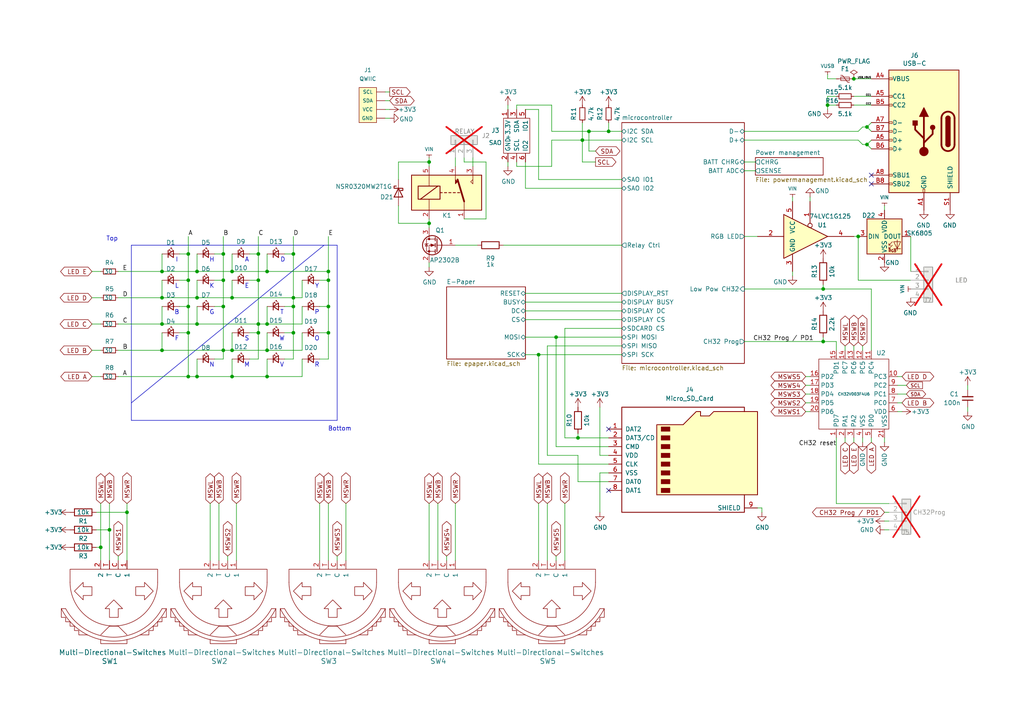
<source format=kicad_sch>
(kicad_sch (version 20231120) (generator "eeschema") (generator_version "7.99")
  (paper "A4")
  (title_block (title "HackerHotel 2024 badge") (date "2023-12-17") (rev "1.4") (company "Nicolai Electronics & tilde.industries") (comment 1 "License: CERN Open Hardware Licence Version 2 - Permissive"))
  (junction (at 46.99 86.36))
  (junction (at 74.93 81.28))
  (junction (at 85.09 96.52))
  (junction (at 85.09 86.36))
  (junction (at 240.03 30.48))
  (junction (at 95.25 96.52))
  (junction (at 54.61 88.9))
  (junction (at 57.15 109.22))
  (junction (at 124.46 64.77))
  (junction (at 54.61 73.66))
  (junction (at 54.61 109.22))
  (junction (at 64.77 101.6))
  (junction (at 29.21 158.75))
  (junction (at 251.46 36.83))
  (junction (at 74.93 96.52))
  (junction (at 77.47 109.22))
  (junction (at 67.31 101.6))
  (junction (at 31.75 153.67))
  (junction (at 176.53 38.1))
  (junction (at 95.25 81.28))
  (junction (at 57.15 78.74))
  (junction (at 36.83 148.59))
  (junction (at 85.09 73.66))
  (junction (at 57.15 86.36))
  (junction (at 67.31 86.36))
  (junction (at 46.99 78.74))
  (junction (at 167.64 127))
  (junction (at 64.77 81.28))
  (junction (at 247.65 22.86))
  (junction (at 238.76 99.06))
  (junction (at 168.91 40.64))
  (junction (at 46.99 93.98))
  (junction (at 74.93 93.98))
  (junction (at 67.31 78.74))
  (junction (at 161.29 97.79))
  (junction (at 170.815 38.1))
  (junction (at 251.46 41.91))
  (junction (at 64.77 73.66))
  (junction (at 54.61 96.52))
  (junction (at 95.25 88.9))
  (junction (at 64.77 88.9))
  (junction (at 74.93 73.66))
  (junction (at 67.31 109.22))
  (junction (at 85.09 88.9))
  (junction (at 57.15 93.98))
  (junction (at 238.76 83.82))
  (junction (at 54.61 81.28))
  (junction (at 46.99 101.6))
  (junction (at 248.92 68.58))
  (junction (at 77.47 101.6))
  (junction (at 77.47 93.98))
  (junction (at 95.25 78.74))
  (junction (at 156.21 102.87))
  (junction (at 77.47 78.74))
  (junction (at 124.46 46.99))
  (no_connect (at 252.73 53.34))
  (no_connect (at 176.53 142.24))
  (no_connect (at 252.73 50.8))
  (no_connect (at 176.53 124.46))
  (wire (pts (xy 57.15 73.66) (xy 57.15 78.74)))
  (wire (pts (xy 242.57 30.48) (xy 240.03 30.48)))
  (wire (pts (xy 215.9 83.82) (xy 238.76 83.82)))
  (wire (pts (xy 82.55 96.52) (xy 85.09 96.52)))
  (polyline (pts (xy 38.1 121.92) (xy 38.1 71.12)))
  (wire (pts (xy 87.63 86.36) (xy 87.63 81.28)))
  (wire (pts (xy 60.96 146.05) (xy 60.96 162.56)))
  (wire (pts (xy 134.62 46.99) (xy 140.97 46.99)))
  (wire (pts (xy 92.71 81.28) (xy 95.25 81.28)))
  (wire (pts (xy 240.03 30.48) (xy 240.03 27.94)))
  (wire (pts (xy 36.83 148.59) (xy 36.83 146.05)))
  (wire (pts (xy 87.63 104.14) (xy 87.63 109.22)))
  (wire (pts (xy 163.83 127) (xy 167.64 127)))
  (wire (pts (xy 95.25 78.74) (xy 95.25 81.28)))
  (wire (pts (xy 158.75 100.33) (xy 180.34 100.33)))
  (wire (pts (xy 54.61 81.28) (xy 54.61 88.9)))
  (wire (pts (xy 74.93 68.58) (xy 74.93 73.66)))
  (wire (pts (xy 215.9 49.53) (xy 219.075 49.53)))
  (wire (pts (xy 82.55 73.66) (xy 85.09 73.66)))
  (wire (pts (xy 85.09 68.58) (xy 85.09 73.66)))
  (wire (pts (xy 215.9 38.1) (xy 248.92 38.1)))
  (wire (pts (xy 46.99 96.52) (xy 46.99 101.6)))
  (wire (pts (xy 68.58 146.05) (xy 68.58 162.56)))
  (wire (pts (xy 95.25 96.52) (xy 95.25 104.14)))
  (wire (pts (xy 248.92 40.64) (xy 250.19 41.91)))
  (wire (pts (xy 261.62 109.22) (xy 260.35 109.22)))
  (wire (pts (xy 168.91 40.64) (xy 180.34 40.64)))
  (wire (pts (xy 95.25 68.58) (xy 95.25 78.74)))
  (wire (pts (xy 245.11 128.27) (xy 245.11 127)))
  (wire (pts (xy 149.86 46.99) (xy 149.86 48.26)))
  (wire (pts (xy 54.61 88.9) (xy 54.61 96.52)))
  (wire (pts (xy 215.9 99.06) (xy 238.76 99.06)))
  (wire (pts (xy 256.54 128.27) (xy 256.54 127)))
  (wire (pts (xy 167.64 125.73) (xy 167.64 127)))
  (wire (pts (xy 46.99 88.9) (xy 46.99 93.98)))
  (wire (pts (xy 34.29 93.98) (xy 46.99 93.98)))
  (wire (pts (xy 158.75 132.08) (xy 167.64 132.08)))
  (wire (pts (xy 67.31 104.14) (xy 67.31 109.22)))
  (wire (pts (xy 238.76 83.82) (xy 238.76 82.55)))
  (wire (pts (xy 280.67 111.76) (xy 280.67 113.03)))
  (wire (pts (xy 62.23 88.9) (xy 64.77 88.9)))
  (wire (pts (xy 229.87 58.42) (xy 229.87 57.15)))
  (wire (pts (xy 63.5 146.05) (xy 63.5 162.56)))
  (wire (pts (xy 163.83 95.25) (xy 163.83 127)))
  (wire (pts (xy 27.94 148.59) (xy 36.83 148.59)))
  (wire (pts (xy 64.77 73.66) (xy 64.77 81.28)))
  (wire (pts (xy 160.02 38.1) (xy 160.02 30.48)))
  (polyline (pts (xy 38.1 116.84) (xy 93.98 71.12)))
  (wire (pts (xy 124.46 76.2) (xy 124.46 77.47)))
  (wire (pts (xy 152.4 31.75) (xy 156.21 31.75)))
  (wire (pts (xy 257.81 146.05) (xy 242.57 146.05)))
  (wire (pts (xy 158.75 146.05) (xy 158.75 162.56)))
  (wire (pts (xy 161.29 97.79) (xy 161.29 129.54)))
  (wire (pts (xy 248.92 38.1) (xy 250.19 36.83)))
  (wire (pts (xy 240.03 22.86) (xy 242.57 22.86)))
  (wire (pts (xy 52.07 73.66) (xy 54.61 73.66)))
  (wire (pts (xy 233.68 119.38) (xy 234.95 119.38)))
  (wire (pts (xy 124.46 66.04) (xy 124.46 64.77)))
  (wire (pts (xy 152.4 102.87) (xy 156.21 102.87)))
  (wire (pts (xy 77.47 109.22) (xy 87.63 109.22)))
  (wire (pts (xy 167.64 132.08) (xy 167.64 139.7)))
  (wire (pts (xy 132.08 71.12) (xy 138.43 71.12)))
  (wire (pts (xy 67.31 96.52) (xy 67.31 101.6)))
  (wire (pts (xy 242.57 127) (xy 242.57 146.05)))
  (wire (pts (xy 233.68 109.22) (xy 234.95 109.22)))
  (wire (pts (xy 156.21 52.07) (xy 180.34 52.07)))
  (wire (pts (xy 152.4 85.09) (xy 180.34 85.09)))
  (wire (pts (xy 252.73 30.48) (xy 247.65 30.48)))
  (wire (pts (xy 238.76 97.79) (xy 238.76 99.06)))
  (wire (pts (xy 46.99 93.98) (xy 57.15 93.98)))
  (polyline (pts (xy 39.37 71.12) (xy 97.79 71.12)))
  (wire (pts (xy 152.4 90.17) (xy 180.34 90.17)))
  (wire (pts (xy 240.03 30.48) (xy 240.03 31.75)))
  (wire (pts (xy 124.46 63.5) (xy 124.46 64.77)))
  (wire (pts (xy 74.93 93.98) (xy 74.93 81.28)))
  (polyline (pts (xy 97.79 121.92) (xy 38.1 121.92)))
  (wire (pts (xy 46.99 101.6) (xy 64.77 101.6)))
  (wire (pts (xy 85.09 86.36) (xy 85.09 73.66)))
  (wire (pts (xy 264.16 81.28) (xy 248.92 81.28)))
  (wire (pts (xy 31.75 146.05) (xy 31.75 153.67)))
  (wire (pts (xy 72.39 81.28) (xy 74.93 81.28)))
  (wire (pts (xy 115.57 52.07) (xy 115.57 46.99)))
  (wire (pts (xy 115.57 64.77) (xy 115.57 59.69)))
  (wire (pts (xy 152.4 87.63) (xy 180.34 87.63)))
  (wire (pts (xy 156.21 102.87) (xy 180.34 102.87)))
  (wire (pts (xy 256.54 60.96) (xy 256.54 59.69)))
  (wire (pts (xy 26.67 101.6) (xy 29.21 101.6)))
  (wire (pts (xy 146.05 71.12) (xy 180.34 71.12)))
  (wire (pts (xy 74.93 96.52) (xy 74.93 104.14)))
  (wire (pts (xy 247.65 128.27) (xy 247.65 127)))
  (wire (pts (xy 173.99 118.11) (xy 173.99 132.08)))
  (wire (pts (xy 124.46 146.05) (xy 124.46 162.56)))
  (wire (pts (xy 160.02 30.48) (xy 149.86 30.48)))
  (wire (pts (xy 95.25 88.9) (xy 95.25 96.52)))
  (wire (pts (xy 62.23 73.66) (xy 64.77 73.66)))
  (wire (pts (xy 74.93 73.66) (xy 72.39 73.66)))
  (wire (pts (xy 160.02 38.1) (xy 170.815 38.1)))
  (wire (pts (xy 252.73 83.82) (xy 252.73 101.6)))
  (wire (pts (xy 252.73 128.27) (xy 252.73 127)))
  (wire (pts (xy 252.73 22.86) (xy 247.65 22.86)))
  (wire (pts (xy 57.15 93.98) (xy 74.93 93.98)))
  (wire (pts (xy 161.29 161.29) (xy 161.29 162.56)))
  (wire (pts (xy 77.47 93.98) (xy 87.63 93.98)))
  (wire (pts (xy 215.9 68.58) (xy 219.71 68.58)))
  (wire (pts (xy 115.57 46.99) (xy 124.46 46.99)))
  (wire (pts (xy 280.67 119.38) (xy 280.67 118.11)))
  (wire (pts (xy 57.15 81.28) (xy 57.15 86.36)))
  (wire (pts (xy 176.53 38.1) (xy 180.34 38.1)))
  (wire (pts (xy 233.68 111.76) (xy 234.95 111.76)))
  (wire (pts (xy 74.93 96.52) (xy 74.93 93.98)))
  (wire (pts (xy 52.07 81.28) (xy 54.61 81.28)))
  (wire (pts (xy 250.19 101.6) (xy 250.19 100.33)))
  (wire (pts (xy 173.99 132.08) (xy 176.53 132.08)))
  (wire (pts (xy 74.93 93.98) (xy 77.47 93.98)))
  (wire (pts (xy 252.73 27.94) (xy 247.65 27.94)))
  (wire (pts (xy 77.47 73.66) (xy 77.47 78.74)))
  (wire (pts (xy 62.23 104.14) (xy 64.77 104.14)))
  (wire (pts (xy 152.4 54.61) (xy 152.4 46.99)))
  (wire (pts (xy 67.31 101.6) (xy 77.47 101.6)))
  (wire (pts (xy 156.21 102.87) (xy 156.21 134.62)))
  (wire (pts (xy 152.4 97.79) (xy 161.29 97.79)))
  (wire (pts (xy 64.77 104.14) (xy 64.77 101.6)))
  (wire (pts (xy 52.07 88.9) (xy 54.61 88.9)))
  (wire (pts (xy 26.67 109.22) (xy 29.21 109.22)))
  (wire (pts (xy 54.61 73.66) (xy 54.61 81.28)))
  (wire (pts (xy 34.29 78.74) (xy 46.99 78.74)))
  (wire (pts (xy 132.08 45.72) (xy 132.08 48.26)))
  (wire (pts (xy 247.65 101.6) (xy 247.65 100.33)))
  (wire (pts (xy 57.15 78.74) (xy 67.31 78.74)))
  (wire (pts (xy 233.68 114.3) (xy 234.95 114.3)))
  (wire (pts (xy 52.07 96.52) (xy 54.61 96.52)))
  (wire (pts (xy 163.83 146.05) (xy 163.83 162.56)))
  (wire (pts (xy 170.815 38.1) (xy 176.53 38.1)))
  (wire (pts (xy 215.9 40.64) (xy 248.92 40.64)))
  (wire (pts (xy 113.03 34.29) (xy 111.76 34.29)))
  (wire (pts (xy 238.76 99.06) (xy 242.57 99.06)))
  (wire (pts (xy 46.99 78.74) (xy 57.15 78.74)))
  (wire (pts (xy 27.94 158.75) (xy 29.21 158.75)))
  (wire (pts (xy 260.35 111.76) (xy 262.89 111.76)))
  (wire (pts (xy 238.76 83.82) (xy 252.73 83.82)))
  (wire (pts (xy 97.79 161.29) (xy 97.79 162.56)))
  (wire (pts (xy 160.02 48.26) (xy 160.02 40.64)))
  (wire (pts (xy 261.62 116.84) (xy 260.35 116.84)))
  (wire (pts (xy 251.46 41.91) (xy 252.73 40.64)))
  (wire (pts (xy 134.62 45.72) (xy 134.62 46.99)))
  (wire (pts (xy 95.25 146.05) (xy 95.25 162.56)))
  (wire (pts (xy 160.02 40.64) (xy 168.91 40.64)))
  (wire (pts (xy 170.815 38.1) (xy 170.815 43.815)))
  (wire (pts (xy 64.77 81.28) (xy 64.77 88.9)))
  (wire (pts (xy 152.4 54.61) (xy 180.34 54.61)))
  (wire (pts (xy 54.61 109.22) (xy 57.15 109.22)))
  (wire (pts (xy 161.29 129.54) (xy 176.53 129.54)))
  (wire (pts (xy 29.21 162.56) (xy 29.21 158.75)))
  (wire (pts (xy 57.15 88.9) (xy 57.15 93.98)))
  (wire (pts (xy 67.31 86.36) (xy 85.09 86.36)))
  (wire (pts (xy 85.09 88.9) (xy 85.09 96.52)))
  (wire (pts (xy 77.47 96.52) (xy 77.47 101.6)))
  (wire (pts (xy 132.08 146.05) (xy 132.08 162.56)))
  (wire (pts (xy 46.99 81.28) (xy 46.99 86.36)))
  (wire (pts (xy 57.15 86.36) (xy 67.31 86.36)))
  (wire (pts (xy 124.46 46.99) (xy 124.46 48.26)))
  (wire (pts (xy 129.54 161.29) (xy 129.54 162.56)))
  (wire (pts (xy 87.63 93.98) (xy 87.63 88.9)))
  (wire (pts (xy 173.99 137.16) (xy 173.99 148.59)))
  (wire (pts (xy 64.77 101.6) (xy 64.77 88.9)))
  (wire (pts (xy 167.64 127) (xy 176.53 127)))
  (wire (pts (xy 111.76 26.67) (xy 113.03 26.67)))
  (wire (pts (xy 167.64 139.7) (xy 176.53 139.7)))
  (wire (pts (xy 256.54 151.13) (xy 257.81 151.13)))
  (wire (pts (xy 176.53 35.56) (xy 176.53 38.1)))
  (wire (pts (xy 74.93 73.66) (xy 74.93 81.28)))
  (wire (pts (xy 156.21 146.05) (xy 156.21 162.56)))
  (wire (pts (xy 149.86 30.48) (xy 149.86 31.75)))
  (wire (pts (xy 85.09 88.9) (xy 85.09 86.36)))
  (wire (pts (xy 34.29 161.29) (xy 34.29 162.56)))
  (wire (pts (xy 251.46 36.83) (xy 252.73 35.56)))
  (wire (pts (xy 31.75 162.56) (xy 31.75 153.67)))
  (wire (pts (xy 229.87 80.01) (xy 229.87 78.74)))
  (wire (pts (xy 220.98 147.32) (xy 220.98 148.59)))
  (wire (pts (xy 124.46 45.72) (xy 124.46 46.99)))
  (wire (pts (xy 251.46 41.91) (xy 250.19 41.91)))
  (wire (pts (xy 250.19 36.83) (xy 251.46 36.83)))
  (wire (pts (xy 260.35 119.38) (xy 261.62 119.38)))
  (wire (pts (xy 29.21 158.75) (xy 29.21 146.05)))
  (wire (pts (xy 57.15 109.22) (xy 67.31 109.22)))
  (wire (pts (xy 240.03 27.94) (xy 242.57 27.94)))
  (wire (pts (xy 124.46 64.77) (xy 115.57 64.77)))
  (wire (pts (xy 85.09 96.52) (xy 85.09 104.14)))
  (wire (pts (xy 67.31 78.74) (xy 77.47 78.74)))
  (wire (pts (xy 240.03 21.59) (xy 240.03 22.86)))
  (wire (pts (xy 26.67 93.98) (xy 29.21 93.98)))
  (wire (pts (xy 26.67 78.74) (xy 29.21 78.74)))
  (wire (pts (xy 163.83 95.25) (xy 180.34 95.25)))
  (wire (pts (xy 72.39 96.52) (xy 74.93 96.52)))
  (wire (pts (xy 168.91 40.64) (xy 168.91 46.99)))
  (wire (pts (xy 215.9 46.99) (xy 219.075 46.99)))
  (wire (pts (xy 34.29 86.36) (xy 46.99 86.36)))
  (wire (pts (xy 251.46 41.91) (xy 252.73 43.18)))
  (wire (pts (xy 147.32 46.99) (xy 147.32 48.26)))
  (wire (pts (xy 173.99 137.16) (xy 176.53 137.16)))
  (wire (pts (xy 250.19 128.27) (xy 250.19 127)))
  (wire (pts (xy 92.71 88.9) (xy 95.25 88.9)))
  (wire (pts (xy 92.71 146.05) (xy 92.71 162.56)))
  (wire (pts (xy 168.91 35.56) (xy 168.91 40.64)))
  (wire (pts (xy 26.67 86.36) (xy 29.21 86.36)))
  (wire (pts (xy 219.71 147.32) (xy 220.98 147.32)))
  (wire (pts (xy 66.04 161.29) (xy 66.04 162.56)))
  (wire (pts (xy 140.97 63.5) (xy 134.62 63.5)))
  (wire (pts (xy 260.35 114.3) (xy 262.89 114.3)))
  (wire (pts (xy 77.47 78.74) (xy 95.25 78.74)))
  (wire (pts (xy 77.47 88.9) (xy 77.47 93.98)))
  (wire (pts (xy 62.23 81.28) (xy 64.77 81.28)))
  (wire (pts (xy 82.55 104.14) (xy 85.09 104.14)))
  (wire (pts (xy 34.29 109.22) (xy 54.61 109.22)))
  (wire (pts (xy 87.63 96.52) (xy 87.63 101.6)))
  (wire (pts (xy 168.91 46.99) (xy 172.72 46.99)))
  (wire (pts (xy 67.31 81.28) (xy 67.31 86.36)))
  (wire (pts (xy 140.97 46.99) (xy 140.97 63.5)))
  (wire (pts (xy 149.86 48.26) (xy 160.02 48.26)))
  (wire (pts (xy 100.33 146.05) (xy 100.33 162.56)))
  (wire (pts (xy 95.25 81.28) (xy 95.25 88.9)))
  (wire (pts (xy 256.54 148.59) (xy 257.81 148.59)))
  (wire (pts (xy 92.71 104.14) (xy 95.25 104.14)))
  (wire (pts (xy 36.83 148.59) (xy 36.83 162.56)))
  (wire (pts (xy 158.75 100.33) (xy 158.75 132.08)))
  (wire (pts (xy 54.61 96.52) (xy 54.61 109.22)))
  (wire (pts (xy 147.32 30.48) (xy 147.32 31.75)))
  (wire (pts (xy 156.21 134.62) (xy 176.53 134.62)))
  (wire (pts (xy 234.95 58.42) (xy 234.95 57.15)))
  (wire (pts (xy 242.57 99.06) (xy 242.57 101.6)))
  (wire (pts (xy 67.31 109.22) (xy 77.47 109.22)))
  (wire (pts (xy 77.47 101.6) (xy 87.63 101.6)))
  (wire (pts (xy 54.61 68.58) (xy 54.61 73.66)))
  (wire (pts (xy 64.77 68.58) (xy 64.77 73.66)))
  (wire (pts (xy 111.76 31.75) (xy 113.03 31.75)))
  (polyline (pts (xy 97.79 71.12) (xy 97.79 121.92)))
  (wire (pts (xy 113.03 29.21) (xy 111.76 29.21)))
  (wire (pts (xy 85.09 86.36) (xy 87.63 86.36)))
  (wire (pts (xy 72.39 104.14) (xy 74.93 104.14)))
  (wire (pts (xy 251.46 36.83) (xy 252.73 38.1)))
  (wire (pts (xy 233.68 116.84) (xy 234.95 116.84)))
  (wire (pts (xy 152.4 92.71) (xy 180.34 92.71)))
  (wire (pts (xy 82.55 88.9) (xy 85.09 88.9)))
  (wire (pts (xy 248.92 68.58) (xy 247.65 68.58)))
  (wire (pts (xy 31.75 153.67) (xy 27.94 153.67)))
  (wire (pts (xy 46.99 86.36) (xy 57.15 86.36)))
  (wire (pts (xy 57.15 104.14) (xy 57.15 109.22)))
  (wire (pts (xy 170.815 43.815) (xy 172.72 43.815)))
  (wire (pts (xy 64.77 101.6) (xy 67.31 101.6)))
  (wire (pts (xy 264.16 68.58) (xy 264.16 78.74)))
  (wire (pts (xy 127 146.05) (xy 127 162.56)))
  (wire (pts (xy 46.99 78.74) (xy 46.99 73.66)))
  (wire (pts (xy 161.29 97.79) (xy 180.34 97.79)))
  (wire (pts (xy 77.47 104.14) (xy 77.47 109.22)))
  (wire (pts (xy 156.21 31.75) (xy 156.21 52.07)))
  (polyline (pts (xy 38.1 71.12) (xy 39.37 71.12)))
  (wire (pts (xy 67.31 73.66) (xy 67.31 78.74)))
  (wire (pts (xy 248.92 81.28) (xy 248.92 68.58)))
  (wire (pts (xy 34.29 101.6) (xy 46.99 101.6)))
  (wire (pts (xy 256.54 153.67) (xy 257.81 153.67)))
  (wire (pts (xy 245.11 101.6) (xy 245.11 100.33)))
  (wire (pts (xy 137.16 45.72) (xy 137.16 48.26)))
  (wire (pts (xy 92.71 96.52) (xy 95.25 96.52)))
  (text "F" (at 51.308 98.298 0) (effects (font (size 1.27 1.27))))
  (text "V" (at 81.788 105.918 0) (effects (font (size 1.27 1.27))))
  (text "P" (at 91.948 90.678 0) (effects (font (size 1.27 1.27))))
  (text "D" (at 82.042 75.438 0) (effects (font (size 1.27 1.27))))
  (text "A" (at 71.628 75.438 0) (effects (font (size 1.27 1.27))))
  (text "M" (at 71.628 105.918 0) (effects (font (size 1.27 1.27))))
  (text "R" (at 91.948 105.918 0) (effects (font (size 1.27 1.27))))
  (text "Top\n" (at 32.512 69.342 0) (effects (font (size 1.27 1.27))))
  (text "G" (at 61.468 90.678 0) (effects (font (size 1.27 1.27))))
  (text "N" (at 61.468 105.918 0) (effects (font (size 1.27 1.27))))
  (text "Y" (at 91.948 83.058 0) (effects (font (size 1.27 1.27))))
  (text "S" (at 71.628 98.298 0) (effects (font (size 1.27 1.27))))
  (text "E" (at 71.628 83.058 0) (effects (font (size 1.27 1.27))))
  (text "W" (at 81.788 98.298 0) (effects (font (size 1.27 1.27))))
  (text "T" (at 81.788 90.678 0) (effects (font (size 1.27 1.27))))
  (text "I" (at 51.308 75.438 0) (effects (font (size 1.27 1.27))))
  (text "L" (at 51.308 83.058 0) (effects (font (size 1.27 1.27))))
  (text "H" (at 61.468 75.438 0) (effects (font (size 1.27 1.27))))
  (text "Bottom" (at 98.552 124.46 0) (effects (font (size 1.27 1.27))))
  (text "B" (at 51.308 90.678 0) (effects (font (size 1.27 1.27))))
  (text "O" (at 91.948 98.298 0) (effects (font (size 1.27 1.27))))
  (text "K\n" (at 61.468 83.058 0) (effects (font (size 1.27 1.27))))
  (label "A" (at 35.56 109.22 0))
  (label "A" (at 54.61 68.58 0))
  (label "CC1" (at 252.73 27.94 180) (effects (font (size 0.508 0.508))))
  (label "CH32 reset" (at 242.57 129.54 180))
  (label "CH32 Prog {slash} PD1" (at 218.44 99.06 0))
  (label "D" (at 35.56 86.36 0))
  (label "E" (at 35.56 78.74 0))
  (label "B" (at 64.77 68.58 0))
  (label "C" (at 35.56 93.98 0))
  (label "B" (at 35.56 101.6 0))
  (label "E" (at 95.25 68.58 0))
  (label "D" (at 85.09 68.58 0))
  (label "C" (at 74.93 68.58 0))
  (label "CC2" (at 252.73 30.48 180) (effects (font (size 0.508 0.508))))
  (label "USB_VBUS" (at 252.73 22.86 180) (effects (font (size 0.508 0.508))))
  (global_label "MSWR" (shape bidirectional) (at 132.08 146.05 90) (property "Intersheetrefs" "${INTERSHEET_REFS}" (effects (hide yes))))
  (global_label "LED C" (shape bidirectional) (at 245.11 128.27 270) (property "Intersheetrefs" "${INTERSHEET_REFS}" (effects (hide yes))))
  (global_label "SDA" (shape bidirectional) (at 262.89 114.3 0) (effects (font (size 1 1))) (property "Intersheetrefs" "${INTERSHEET_REFS}" (effects (hide yes))))
  (global_label "SCL" (shape output) (at 113.03 26.67 0) (property "Intersheetrefs" "${INTERSHEET_REFS}" (effects (hide yes))))
  (global_label "MSWS1" (shape bidirectional) (at 233.68 119.38 180) (property "Intersheetrefs" "${INTERSHEET_REFS}" (effects (hide yes))))
  (global_label "MSWB" (shape bidirectional) (at 158.75 146.05 90) (property "Intersheetrefs" "${INTERSHEET_REFS}" (effects (hide yes))))
  (global_label "LED A" (shape bidirectional) (at 252.73 128.27 270) (property "Intersheetrefs" "${INTERSHEET_REFS}" (effects (hide yes))))
  (global_label "MSWS3" (shape bidirectional) (at 233.68 114.3 180) (property "Intersheetrefs" "${INTERSHEET_REFS}" (effects (hide yes))))
  (global_label "MSWS2" (shape bidirectional) (at 233.68 116.84 180) (property "Intersheetrefs" "${INTERSHEET_REFS}" (effects (hide yes))))
  (global_label "MSWL" (shape bidirectional) (at 29.21 146.05 90) (property "Intersheetrefs" "${INTERSHEET_REFS}" (effects (hide yes))))
  (global_label "MSWS5" (shape bidirectional) (at 161.29 161.29 90) (property "Intersheetrefs" "${INTERSHEET_REFS}" (effects (hide yes))))
  (global_label "LED E" (shape bidirectional) (at 26.67 78.74 180) (property "Intersheetrefs" "${INTERSHEET_REFS}" (effects (hide yes))))
  (global_label "MSWR" (shape bidirectional) (at 163.83 146.05 90) (property "Intersheetrefs" "${INTERSHEET_REFS}" (effects (hide yes))))
  (global_label "LED B" (shape bidirectional) (at 26.67 101.6 180) (property "Intersheetrefs" "${INTERSHEET_REFS}" (effects (hide yes))))
  (global_label "MSWS4" (shape bidirectional) (at 129.54 161.29 90) (property "Intersheetrefs" "${INTERSHEET_REFS}" (effects (hide yes))))
  (global_label "MSWS1" (shape bidirectional) (at 34.29 161.29 90) (property "Intersheetrefs" "${INTERSHEET_REFS}" (effects (hide yes))))
  (global_label "MSWB" (shape bidirectional) (at 63.5 146.05 90) (property "Intersheetrefs" "${INTERSHEET_REFS}" (effects (hide yes))))
  (global_label "MSWS4" (shape bidirectional) (at 233.68 111.76 180) (property "Intersheetrefs" "${INTERSHEET_REFS}" (effects (hide yes))))
  (global_label "MSWS5" (shape bidirectional) (at 233.68 109.22 180) (property "Intersheetrefs" "${INTERSHEET_REFS}" (effects (hide yes))))
  (global_label "MSWL" (shape bidirectional) (at 92.71 146.05 90) (property "Intersheetrefs" "${INTERSHEET_REFS}" (effects (hide yes))))
  (global_label "MSWB" (shape bidirectional) (at 247.65 100.33 90) (property "Intersheetrefs" "${INTERSHEET_REFS}" (effects (hide yes))))
  (global_label "LED E" (shape bidirectional) (at 247.65 128.27 270) (property "Intersheetrefs" "${INTERSHEET_REFS}" (effects (hide yes))))
  (global_label "SDA" (shape bidirectional) (at 172.72 43.815 0) (property "Intersheetrefs" "${INTERSHEET_REFS}" (effects (hide yes))))
  (global_label "MSWB" (shape bidirectional) (at 95.25 146.05 90) (property "Intersheetrefs" "${INTERSHEET_REFS}" (effects (hide yes))))
  (global_label "MSWL" (shape bidirectional) (at 245.11 100.33 90) (property "Intersheetrefs" "${INTERSHEET_REFS}" (effects (hide yes))))
  (global_label "SDA" (shape bidirectional) (at 113.03 29.21 0) (property "Intersheetrefs" "${INTERSHEET_REFS}" (effects (hide yes))))
  (global_label "SCL" (shape input) (at 262.89 111.76 0) (effects (font (size 1 1))) (property "Intersheetrefs" "${INTERSHEET_REFS}" (effects (hide yes))))
  (global_label "MSWR" (shape bidirectional) (at 250.19 100.33 90) (property "Intersheetrefs" "${INTERSHEET_REFS}" (effects (hide yes))))
  (global_label "MSWB" (shape bidirectional) (at 127 146.05 90) (property "Intersheetrefs" "${INTERSHEET_REFS}" (effects (hide yes))))
  (global_label "MSWR" (shape bidirectional) (at 36.83 146.05 90) (property "Intersheetrefs" "${INTERSHEET_REFS}" (effects (hide yes))))
  (global_label "MSWL" (shape bidirectional) (at 156.21 146.05 90) (property "Intersheetrefs" "${INTERSHEET_REFS}" (effects (hide yes))))
  (global_label "CH32 Prog {slash} PD1" (shape bidirectional) (at 256.54 148.59 180) (property "Intersheetrefs" "${INTERSHEET_REFS}" (effects (hide yes))))
  (global_label "LED C" (shape bidirectional) (at 26.67 93.98 180) (property "Intersheetrefs" "${INTERSHEET_REFS}" (effects (hide yes))))
  (global_label "SCL" (shape output) (at 172.72 46.99 0) (property "Intersheetrefs" "${INTERSHEET_REFS}" (effects (hide yes))))
  (global_label "LED D" (shape bidirectional) (at 261.62 109.22 0) (property "Intersheetrefs" "${INTERSHEET_REFS}" (effects (hide yes))))
  (global_label "LED D" (shape bidirectional) (at 26.67 86.36 180) (property "Intersheetrefs" "${INTERSHEET_REFS}" (effects (hide yes))))
  (global_label "MSWR" (shape bidirectional) (at 68.58 146.05 90) (property "Intersheetrefs" "${INTERSHEET_REFS}" (effects (hide yes))))
  (global_label "MSWL" (shape bidirectional) (at 60.96 146.05 90) (property "Intersheetrefs" "${INTERSHEET_REFS}" (effects (hide yes))))
  (global_label "MSWB" (shape bidirectional) (at 31.75 146.05 90) (property "Intersheetrefs" "${INTERSHEET_REFS}" (effects (hide yes))))
  (global_label "LED B" (shape bidirectional) (at 261.62 116.84 0) (property "Intersheetrefs" "${INTERSHEET_REFS}" (effects (hide yes))))
  (global_label "MSWR" (shape bidirectional) (at 100.33 146.05 90) (property "Intersheetrefs" "${INTERSHEET_REFS}" (effects (hide yes))))
  (global_label "MSWS3" (shape bidirectional) (at 97.79 161.29 90) (property "Intersheetrefs" "${INTERSHEET_REFS}" (effects (hide yes))))
  (global_label "LED A" (shape bidirectional) (at 26.67 109.22 180) (property "Intersheetrefs" "${INTERSHEET_REFS}" (effects (hide yes))))
  (global_label "MSWS2" (shape bidirectional) (at 66.04 161.29 90) (property "Intersheetrefs" "${INTERSHEET_REFS}" (effects (hide yes))))
  (global_label "MSWL" (shape bidirectional) (at 124.46 146.05 90) (property "Intersheetrefs" "${INTERSHEET_REFS}" (effects (hide yes))))
  (symbol (lib_id "symbols:USB_C_Receptacle_USB2.0-Connector") (at 267.97 38.1 0) (mirror y) (unit 1)
    (property "Reference" "J6" (at 265.2522 16.0782 0))
    (property "Value" "USB-C" (at 265.2522 18.3896 0))
    (property "Footprint" "hh24:USB_C_Receptacle_HRO_TYPE-C-31-M-12" (effects (hide yes)))
    (property "Datasheet" "https://datasheet.lcsc.com/lcsc/2108131730_Korean-Hroparts-Elec-TYPE-C-31-M-12_C165948.pdf" (effects (hide yes)))
    (property "LCSC" "C165948" (effects (hide yes)))
    (property "Link" "https://www.lcsc.com/product-detail/USB-Connectors_Korean-Hroparts-Elec-TYPE-C-31-M-12_C165948.html" (effects (hide yes)))
  )
  (symbol (lib_id "symbols2:GND") (at 267.97 60.96 0) (mirror y) (unit 1)
    (property "Reference" "#PWR032" (effects (hide yes)))
    (property "Value" "GND" (at 267.843 65.3542 0))
    (property "Description" "Power symbol creates a global label with name \"GND\" , ground" (effects (hide yes)))
  )
  (symbol (lib_id "symbols:R_Small-Device") (at 245.11 30.48 90) (mirror x) (unit 1)
    (property "Reference" "R16" (at 241.3 29.21 90))
    (property "Value" "5.1k" (at 245.11 33.02 90))
    (property "Footprint" "Resistor_SMD:R_0805_2012Metric" (effects (hide yes)))
    (property "Datasheet" "https://datasheet.lcsc.com/lcsc/2308241947_FOJAN-FRC0805J512TS_C2930296.pdf" (effects (hide yes)))
    (property "LCSC" "C2930296" (effects (hide yes)))
    (property "Link" "https://www.lcsc.com/product-detail/Chip-span-style-background-color-ff0-Resistor-span-Surface-Mount_FOJAN-FRC0805J512TS_C2930296.html" (effects (hide yes)))
  )
  (symbol (lib_id "symbols:R_Small-Device") (at 245.11 27.94 90) (mirror x) (unit 1)
    (property "Reference" "R15" (at 241.3 26.67 90))
    (property "Value" "5.1k" (at 245.11 25.4 90))
    (property "Footprint" "Resistor_SMD:R_0805_2012Metric" (effects (hide yes)))
    (property "Datasheet" "https://datasheet.lcsc.com/lcsc/2308241947_FOJAN-FRC0805J512TS_C2930296.pdf" (effects (hide yes)))
    (property "LCSC" "C2930296" (effects (hide yes)))
    (property "Link" "https://www.lcsc.com/product-detail/Chip-span-style-background-color-ff0-Resistor-span-Surface-Mount_FOJAN-FRC0805J512TS_C2930296.html" (effects (hide yes)))
  )
  (symbol (lib_id "symbols2:GND") (at 240.03 31.75 0) (mirror y) (unit 1)
    (property "Reference" "#PWR022" (effects (hide yes)))
    (property "Value" "GND" (at 236.22 33.02 0))
    (property "Description" "Power symbol creates a global label with name \"GND\" , ground" (effects (hide yes)))
  )
  (symbol (lib_id "symbols2:VUSB-vusb") (at 240.03 21.59 0) (mirror y) (unit 1)
    (property "Reference" "#PWR021" (effects (hide yes)))
    (property "Value" "VUSB" (at 240.03 19.1516 0) (effects (font (size 1.016 1.016))))
  )
  (symbol (lib_id "symbols2:GND") (at 275.59 60.96 0) (mirror y) (unit 1)
    (property "Reference" "#PWR033" (effects (hide yes)))
    (property "Value" "GND" (at 275.463 65.3542 0))
    (property "Description" "Power symbol creates a global label with name \"GND\" , ground" (effects (hide yes)))
  )
  (symbol (lib_id "symbols:Polyfuse_Small-Device") (at 245.11 22.86 90) (mirror x) (unit 1)
    (property "Reference" "F1" (at 245.11 19.9898 90))
    (property "Value" "1A" (effects (hide yes)))
    (property "Footprint" "hh24:Fuse_0805_2012Metric" (effects (hide yes)))
    (property "Datasheet" "https://datasheet.lcsc.com/lcsc/1810161745_Brightking-Elec--TAIWAN-SMD0805B110TF_C269107.pdf" (effects (hide yes)))
    (property "LCSC" "C269107" (effects (hide yes)))
    (property "Link" "https://www.lcsc.com/product-detail/Resettable-Fuses_Brightking-SMD0805B110TF_C269107.html" (effects (hide yes)))
  )
  (symbol (lib_id "symbols2:VIN-vin") (at 264.16 83.82 90) (unit 1)
    (property "Reference" "#PWR030" (effects (hide yes)))
    (property "Value" "VIN" (at 261.7216 83.82 0) (effects (font (size 1.016 1.016))))
  )
  (symbol (lib_id "Connector_Generic:Conn_01x04") (at 269.24 81.28 0) (unit 1) (dnp yes)
    (property "Reference" "J7" (at 270.256 87.122 0) (effects (justify right)))
    (property "Value" "LED" (at 280.67 81.28 0) (effects (justify right)))
    (property "Footprint" "Connector_PinHeader_2.54mm:PinHeader_1x04_P2.54mm_Vertical" (effects (hide yes)))
    (property "Description" "Generic connector, single row, 01x04, script generated (kicad-library-utils/schlib/autogen/connector/)" (effects (hide yes)))
  )
  (symbol (lib_id "symbols2:GND") (at 220.98 148.59 0) (unit 1)
    (property "Reference" "#PWR015" (effects (hide yes)))
    (property "Value" "GND" (at 221.107 152.9842 0))
    (property "Description" "Power symbol creates a global label with name \"GND\" , ground" (effects (hide yes)))
  )
  (symbol (lib_id "Device:LED_Small") (at 69.85 81.28 0) (unit 1)
    (property "Reference" "D10" (at 69.85 77.724 0))
    (property "Value" "LED_Small" (effects (hide yes)))
    (property "Footprint" "hh24:XL-1606UOC Side Sticker LED" (effects (hide yes)))
    (property "Datasheet" "https://datasheet.lcsc.com/lcsc/2211030000_XINGLIGHT-XL-1606UOC_C965861.pdf" (effects (hide yes)))
    (property "Link" "https://www.lcsc.com/product-detail/Light-Emitting-Diodes-LED_XINGLIGHT-XL-1606UOC_C965861.html" (effects (hide yes)))
    (property "LCSC" "C965861" (effects (hide yes)))
  )
  (symbol (lib_id "symbols2:GND") (at 147.32 48.26 0) (unit 1)
    (property "Reference" "#PWR09" (effects (hide yes)))
    (property "Value" "GND" (at 147.447 52.6542 0))
    (property "Description" "Power symbol creates a global label with name \"GND\" , ground" (effects (hide yes)))
  )
  (symbol (lib_id "Device:R_Small") (at 31.75 109.22 90) (unit 1)
    (property "Reference" "R8" (at 31.75 106.68 90))
    (property "Value" "30" (at 32.766 109.22 90) (effects (justify left)))
    (property "Footprint" "Resistor_SMD:R_0805_2012Metric" (effects (hide yes)))
    (property "Datasheet" "https://datasheet.lcsc.com/lcsc/2205311900_UNI-ROYAL-Uniroyal-Elec-0805W8J0300T5E_C25305.pdf" (effects (hide yes)))
    (property "LCSC" "C25305" (effects (hide yes)))
    (property "Link" "https://www.lcsc.com/product-detail/Chip-Resistor-Surface-Mount_UNI-ROYAL-Uniroyal-Elec-0805W8J0300T5E_C25305.html" (effects (hide yes)))
  )
  (symbol (lib_id "symbols2:+3.3V") (at 238.76 90.17 0) (unit 1)
    (property "Reference" "#PWR020" (effects (hide yes)))
    (property "Value" "+3V3" (at 238.76 86.36 0))
    (property "Description" "Power symbol creates a global label with name \"+3.3V\"" (effects (hide yes)))
  )
  (symbol (lib_id "symbols:R_Small-Device") (at 168.91 33.02 0) (mirror x) (unit 1)
    (property "Reference" "R11" (at 166.37 33.02 90))
    (property "Value" "4.7k" (at 171.45 33.02 90))
    (property "Footprint" "Resistor_SMD:R_0805_2012Metric" (effects (hide yes)))
    (property "Datasheet" "https://datasheet.lcsc.com/lcsc/2308241947_FOJAN-FRC0805J472-TS_C2907326.pdf" (effects (hide yes)))
    (property "LCSC" "C2907326" (effects (hide yes)))
    (property "Link" "https://www.lcsc.com/product-detail/Chip-span-style-background-color-ff0-Resistor-span-Surface-Mount_FOJAN-FRC0805J472-TS_C2907326.html" (effects (hide yes)))
  )
  (symbol (lib_id "symbols2:PWR_FLAG") (at 247.65 22.86 0) (unit 1)
    (property "Reference" "#FLG01" (effects (hide yes)))
    (property "Value" "PWR_FLAG" (at 247.65 17.78 0))
  )
  (symbol (lib_id "symbols2:+3.3V") (at 168.91 30.48 0) (unit 1)
    (property "Reference" "#PWR011" (effects (hide yes)))
    (property "Value" "+3V3" (at 168.91 26.67 0))
    (property "Description" "Power symbol creates a global label with name \"+3.3V\"" (effects (hide yes)))
  )
  (symbol (lib_id "symbols2:+3.3V") (at 113.03 31.75 270) (unit 1)
    (property "Reference" "#PWR04" (effects (hide yes)))
    (property "Value" "+3V3" (at 118.11 31.75 90))
    (property "Description" "Power symbol creates a global label with name \"+3.3V\"" (effects (hide yes)))
  )
  (symbol (lib_id "symbols:R") (at 167.64 121.92 0) (mirror y) (unit 1)
    (property "Reference" "R10" (at 165.1 121.92 90))
    (property "Value" "10k" (at 170.18 121.92 90))
    (property "Footprint" "Resistor_SMD:R_0805_2012Metric" (effects (hide yes)))
    (property "Datasheet" "https://datasheet.lcsc.com/lcsc/2208231730_VO-SCR0805J10K_C5140188.pdf" (effects (hide yes)))
    (property "LCSC" "C5140188" (effects (hide yes)))
    (property "Link" "https://www.lcsc.com/product-detail/Chip-span-style-background-color-ff0-Resistor-span-Surface-Mount_VO-SCR0805J10K_C5140188.html" (effects (hide yes)))
  )
  (symbol (lib_id "symbols2:GND") (at 173.99 148.59 0) (unit 1)
    (property "Reference" "#PWR013" (effects (hide yes)))
    (property "Value" "GND" (at 174.117 152.9842 0))
    (property "Description" "Power symbol creates a global label with name \"GND\" , ground" (effects (hide yes)))
  )
  (symbol (lib_id "symbols2:GND") (at 256.54 153.67 270) (unit 1)
    (property "Reference" "#PWR028" (effects (hide yes)))
    (property "Value" "GND" (at 251.46 153.67 90))
    (property "Description" "Power symbol creates a global label with name \"GND\" , ground" (effects (hide yes)))
  )
  (symbol (lib_id "Device:R_Small") (at 31.75 86.36 90) (unit 1)
    (property "Reference" "R5" (at 31.75 83.82 90))
    (property "Value" "30" (at 32.766 86.36 90) (effects (justify left)))
    (property "Footprint" "Resistor_SMD:R_0805_2012Metric" (effects (hide yes)))
    (property "Datasheet" "https://datasheet.lcsc.com/lcsc/2205311900_UNI-ROYAL-Uniroyal-Elec-0805W8J0300T5E_C25305.pdf" (effects (hide yes)))
    (property "LCSC" "C25305" (effects (hide yes)))
    (property "Link" "https://www.lcsc.com/product-detail/Chip-Resistor-Surface-Mount_UNI-ROYAL-Uniroyal-Elec-0805W8J0300T5E_C25305.html" (effects (hide yes)))
  )
  (symbol (lib_id "Device:LED_Small") (at 59.69 73.66 0) (unit 1)
    (property "Reference" "D5" (at 59.69 70.358 0))
    (property "Value" "LED_Small" (effects (hide yes)))
    (property "Footprint" "hh24:XL-1606UOC Side Sticker LED" (effects (hide yes)))
    (property "Datasheet" "https://datasheet.lcsc.com/lcsc/2211030000_XINGLIGHT-XL-1606UOC_C965861.pdf" (effects (hide yes)))
    (property "Link" "https://www.lcsc.com/product-detail/Light-Emitting-Diodes-LED_XINGLIGHT-XL-1606UOC_C965861.html" (effects (hide yes)))
    (property "LCSC" "C965861" (effects (hide yes)))
  )
  (symbol (lib_id "Device:LED_Small") (at 69.85 104.14 0) (unit 1)
    (property "Reference" "D12" (at 69.85 100.584 0))
    (property "Value" "LED_Small" (effects (hide yes)))
    (property "Footprint" "hh24:XL-1606UOC Side Sticker LED" (effects (hide yes)))
    (property "Datasheet" "https://datasheet.lcsc.com/lcsc/2211030000_XINGLIGHT-XL-1606UOC_C965861.pdf" (effects (hide yes)))
    (property "Link" "https://www.lcsc.com/product-detail/Light-Emitting-Diodes-LED_XINGLIGHT-XL-1606UOC_C965861.html" (effects (hide yes)))
    (property "LCSC" "C965861" (effects (hide yes)))
  )
  (symbol (lib_id "Device:LED_Small") (at 59.69 104.14 0) (unit 1)
    (property "Reference" "D8" (at 59.69 100.838 0))
    (property "Value" "LED_Small" (effects (hide yes)))
    (property "Footprint" "hh24:XL-1606UOC Side Sticker LED" (effects (hide yes)))
    (property "Datasheet" "https://datasheet.lcsc.com/lcsc/2211030000_XINGLIGHT-XL-1606UOC_C965861.pdf" (effects (hide yes)))
    (property "Link" "https://www.lcsc.com/product-detail/Light-Emitting-Diodes-LED_XINGLIGHT-XL-1606UOC_C965861.html" (effects (hide yes)))
    (property "LCSC" "C965861" (effects (hide yes)))
  )
  (symbol (lib_id "bambouLab:Multi_Directional_Switches_TM-2023") (at 96.52 168.91 180) (unit 1)
    (property "Reference" "SW3" (at 97.79 191.77 0) (effects (font (size 1.4986 1.4986)) (justify left)))
    (property "Value" "Multi-Directional-Switches" (at 111.76 189.23 0) (effects (font (size 1.4986 1.4986)) (justify left)))
    (property "Footprint" "hh24:TM-2023" (effects (hide yes)))
    (property "Datasheet" "https://datasheet.lcsc.com/lcsc/2110151630_XKB-Connectivity-TM-2023_C318951.pdf" (effects (hide yes)))
    (property "Link" "https://www.lcsc.com/product-detail/Multi-Directional-Switches_XKB-Connectivity-TM-2023_C318951.html" (effects (hide yes)))
    (property "LCSC" "C318951" (effects (hide yes)))
  )
  (symbol (lib_id "symbols2:+3.3V") (at 238.76 74.93 0) (unit 1)
    (property "Reference" "#PWR019" (effects (hide yes)))
    (property "Value" "+3V3" (at 238.76 71.12 0))
    (property "Description" "Power symbol creates a global label with name \"+3.3V\"" (effects (hide yes)))
  )
  (symbol (lib_id "symbols:Q_NMOS_GSD") (at 127 71.12 0) (mirror y) (unit 1)
    (property "Reference" "Q1" (at 129.032 66.802 0) (effects (justify left)))
    (property "Value" "AP2302B" (at 133.35 75.438 0) (effects (justify left)))
    (property "Footprint" "hh24:SOT-23" (effects (hide yes)))
    (property "Datasheet" "https://datasheet.lcsc.com/lcsc/1912111437_ALLPOWER-ShenZhen-Quan-Li-Semiconductor-AP2302B_C406812.pdf" (effects (hide yes)))
    (property "LCSC" "C406812" (effects (hide yes)))
    (property "Link" "https://www.lcsc.com/product-detail/MOSFETs_ALLPOWER-ShenZhen-Quan-Li-Semiconductor-AP2302B_C406812.html" (effects (hide yes)))
  )
  (symbol (lib_id "Device:LED_Small") (at 90.17 81.28 0) (unit 1)
    (property "Reference" "D17" (at 90.17 77.978 0))
    (property "Value" "LED_Small" (effects (hide yes)))
    (property "Footprint" "hh24:XL-1606UOC Side Sticker LED" (effects (hide yes)))
    (property "Datasheet" "https://datasheet.lcsc.com/lcsc/2211030000_XINGLIGHT-XL-1606UOC_C965861.pdf" (effects (hide yes)))
    (property "Link" "https://www.lcsc.com/product-detail/Light-Emitting-Diodes-LED_XINGLIGHT-XL-1606UOC_C965861.html" (effects (hide yes)))
    (property "LCSC" "C965861" (effects (hide yes)))
  )
  (symbol (lib_id "symbols2:VIN-vin") (at 124.46 45.72 0) (unit 1)
    (property "Reference" "#PWR06" (effects (hide yes)))
    (property "Value" "VIN" (at 124.46 43.2816 0) (effects (font (size 1.016 1.016))))
  )
  (symbol (lib_id "Device:R_Small") (at 31.75 78.74 90) (unit 1)
    (property "Reference" "R4" (at 31.75 76.2 90))
    (property "Value" "30" (at 32.766 78.74 90) (effects (justify left)))
    (property "Footprint" "Resistor_SMD:R_0805_2012Metric" (effects (hide yes)))
    (property "Datasheet" "https://datasheet.lcsc.com/lcsc/2205311900_UNI-ROYAL-Uniroyal-Elec-0805W8J0300T5E_C25305.pdf" (effects (hide yes)))
    (property "LCSC" "C25305" (effects (hide yes)))
    (property "Link" "https://www.lcsc.com/product-detail/Chip-Resistor-Surface-Mount_UNI-ROYAL-Uniroyal-Elec-0805W8J0300T5E_C25305.html" (effects (hide yes)))
  )
  (symbol (lib_id "symbols:R") (at 24.13 158.75 90) (mirror x) (unit 1)
    (property "Reference" "R3" (at 24.13 161.29 90))
    (property "Value" "10k" (at 24.13 158.75 90))
    (property "Footprint" "Resistor_SMD:R_0805_2012Metric" (effects (hide yes)))
    (property "Datasheet" "https://datasheet.lcsc.com/lcsc/2208231730_VO-SCR0805J10K_C5140188.pdf" (effects (hide yes)))
    (property "LCSC" "C5140188" (effects (hide yes)))
    (property "Link" "https://www.lcsc.com/product-detail/Chip-span-style-background-color-ff0-Resistor-span-Surface-Mount_VO-SCR0805J10K_C5140188.html" (effects (hide yes)))
  )
  (symbol (lib_id "symbols2:+3.3V") (at 261.62 119.38 270) (unit 1)
    (property "Reference" "#PWR029" (effects (hide yes)))
    (property "Value" "+3V3" (at 266.954 119.38 90))
    (property "Description" "Power symbol creates a global label with name \"+3.3V\"" (effects (hide yes)))
  )
  (symbol (lib_id "symbols:R") (at 238.76 93.98 0) (mirror y) (unit 1)
    (property "Reference" "R14" (at 236.22 93.98 90))
    (property "Value" "2.2k" (at 241.3 93.98 90))
    (property "Footprint" "Resistor_SMD:R_0805_2012Metric" (effects (hide yes)))
    (property "Datasheet" "https://datasheet.lcsc.com/lcsc/2304140030_YAGEO-RC0805FR-072K2L_C114561.pdf" (effects (hide yes)))
    (property "LCSC" "C114561" (effects (hide yes)))
    (property "Link" "https://www.lcsc.com/product-detail/Chip-Resistor-Surface-Mount_YAGEO-RC0805FR-072K2L_C114561.html" (effects (hide yes)))
  )
  (symbol (lib_id "Device:LED_Small") (at 80.01 73.66 0) (unit 1)
    (property "Reference" "D13" (at 80.01 70.104 0))
    (property "Value" "LED_Small" (effects (hide yes)))
    (property "Footprint" "hh24:XL-1606UOC Side Sticker LED" (effects (hide yes)))
    (property "Datasheet" "https://datasheet.lcsc.com/lcsc/2211030000_XINGLIGHT-XL-1606UOC_C965861.pdf" (effects (hide yes)))
    (property "Link" "https://www.lcsc.com/product-detail/Light-Emitting-Diodes-LED_XINGLIGHT-XL-1606UOC_C965861.html" (effects (hide yes)))
    (property "LCSC" "C965861" (effects (hide yes)))
  )
  (symbol (lib_id "Device:R_Small") (at 31.75 93.98 90) (unit 1)
    (property "Reference" "R6" (at 31.75 91.44 90))
    (property "Value" "30" (at 32.766 93.98 90) (effects (justify left)))
    (property "Footprint" "Resistor_SMD:R_0805_2012Metric" (effects (hide yes)))
    (property "Datasheet" "https://datasheet.lcsc.com/lcsc/2205311900_UNI-ROYAL-Uniroyal-Elec-0805W8J0300T5E_C25305.pdf" (effects (hide yes)))
    (property "LCSC" "C25305" (effects (hide yes)))
    (property "Link" "https://www.lcsc.com/product-detail/Chip-Resistor-Surface-Mount_UNI-ROYAL-Uniroyal-Elec-0805W8J0300T5E_C25305.html" (effects (hide yes)))
  )
  (symbol (lib_id "symbols:R_Small-Device") (at 176.53 33.02 0) (mirror x) (unit 1)
    (property "Reference" "R12" (at 173.99 33.02 90))
    (property "Value" "4.7k" (at 179.07 33.02 90))
    (property "Footprint" "Resistor_SMD:R_0805_2012Metric" (effects (hide yes)))
    (property "Datasheet" "https://datasheet.lcsc.com/lcsc/2308241947_FOJAN-FRC0805J472-TS_C2907326.pdf" (effects (hide yes)))
    (property "LCSC" "C2907326" (effects (hide yes)))
    (property "Link" "https://www.lcsc.com/product-detail/Chip-span-style-background-color-ff0-Resistor-span-Surface-Mount_FOJAN-FRC0805J472-TS_C2907326.html" (effects (hide yes)))
  )
  (symbol (lib_id "Device:LED_Small") (at 90.17 88.9 0) (unit 1)
    (property "Reference" "D18" (at 90.17 85.598 0))
    (property "Value" "LED_Small" (effects (hide yes)))
    (property "Footprint" "hh24:XL-1606UOC Side Sticker LED" (effects (hide yes)))
    (property "Datasheet" "https://datasheet.lcsc.com/lcsc/2211030000_XINGLIGHT-XL-1606UOC_C965861.pdf" (effects (hide yes)))
    (property "Link" "https://www.lcsc.com/product-detail/Light-Emitting-Diodes-LED_XINGLIGHT-XL-1606UOC_C965861.html" (effects (hide yes)))
    (property "LCSC" "C965861" (effects (hide yes)))
  )
  (symbol (lib_id "symbols2:+3.3V") (at 173.99 118.11 0) (unit 1)
    (property "Reference" "#PWR012" (effects (hide yes)))
    (property "Value" "+3V3" (at 173.99 114.3 0))
    (property "Description" "Power symbol creates a global label with name \"+3.3V\"" (effects (hide yes)))
  )
  (symbol (lib_id "symbols:D_Schottky") (at 115.57 55.88 90) (mirror x) (unit 1)
    (property "Reference" "D21" (at 110.236 57.15 90) (effects (justify right)))
    (property "Value" "NSR0320MW2T1G" (at 97.282 54.102 90) (effects (justify right)))
    (property "Footprint" "hh24:D_SOD-323" (effects (hide yes)))
    (property "Datasheet" "https://datasheet.lcsc.com/lcsc/1806150330_onsemi-NSR0320MW2T1G_C48192.pdf" (effects (hide yes)))
    (property "LCSC" "C48192" (effects (hide yes)))
    (property "Link" "https://www.lcsc.com/product-detail/Schottky-Barrier-Diodes-SBD_onsemi-NSR0320MW2T1G_C48192.html" (effects (hide yes)))
  )
  (symbol (lib_id "symbols2:+3.3V") (at 147.32 30.48 0) (unit 1)
    (property "Reference" "#PWR08" (effects (hide yes)))
    (property "Value" "+3V3" (at 147.32 26.67 0))
    (property "Description" "Power symbol creates a global label with name \"+3.3V\"" (effects (hide yes)))
  )
  (symbol (lib_id "Relay:SANYOU_SRD_Form_C") (at 129.54 55.88 0) (unit 1)
    (property "Reference" "K1" (at 128.27 62.484 0) (effects (justify left)))
    (property "Value" "SANYOU_SRD_Form_C" (effects (hide yes)))
    (property "Footprint" "hh24:HRS1H-S-DC3V" (effects (hide yes)))
    (property "Datasheet" "https://datasheet.lcsc.com/lcsc/1809291620_Zhejiang-HKE-HRS1H-S-DC3V_C136110.pdf" (effects (hide yes)))
    (property "Link" "https://www.lcsc.com/product-detail/Signal-Relays_Zhejiang-HKE-HRS1H-S-DC3V_C136110.html" (effects (hide yes)))
    (property "LCSC" "C136110" (effects (hide yes)))
  )
  (symbol (lib_id "symbols2:GND") (at 256.54 128.27 0) (unit 1)
    (property "Reference" "#PWR026" (effects (hide yes)))
    (property "Value" "GND" (at 256.54 133.35 90))
    (property "Description" "Power symbol creates a global label with name \"GND\" , ground" (effects (hide yes)))
  )
  (symbol (lib_id "Device:LED_Small") (at 80.01 88.9 0) (unit 1)
    (property "Reference" "D14" (at 80.01 85.344 0))
    (property "Value" "LED_Small" (effects (hide yes)))
    (property "Footprint" "hh24:XL-1606UOC Side Sticker LED" (effects (hide yes)))
    (property "Datasheet" "https://datasheet.lcsc.com/lcsc/2211030000_XINGLIGHT-XL-1606UOC_C965861.pdf" (effects (hide yes)))
    (property "Link" "https://www.lcsc.com/product-detail/Light-Emitting-Diodes-LED_XINGLIGHT-XL-1606UOC_C965861.html" (effects (hide yes)))
    (property "LCSC" "C965861" (effects (hide yes)))
  )
  (symbol (lib_id "symbols:R") (at 142.24 71.12 90) (unit 1)
    (property "Reference" "R9" (at 142.24 74.93 90))
    (property "Value" "1k" (at 142.24 76.708 90))
    (property "Footprint" "Resistor_SMD:R_0805_2012Metric" (effects (hide yes)))
    (property "LCSC" "C3017842" (effects (hide yes)))
    (property "Link" "https://www.lcsc.com/product-detail/Chip-span-style-background-color-ff0-Resistor-span-Surface-Mount_VO-SCR0805J1K_C3017842.html " (effects (hide yes)))
  )
  (symbol (lib_id "Device:LED_Small") (at 80.01 96.52 0) (unit 1)
    (property "Reference" "D15" (at 80.01 92.964 0))
    (property "Value" "LED_Small" (effects (hide yes)))
    (property "Footprint" "hh24:XL-1606UOC Side Sticker LED" (effects (hide yes)))
    (property "Datasheet" "https://datasheet.lcsc.com/lcsc/2211030000_XINGLIGHT-XL-1606UOC_C965861.pdf" (effects (hide yes)))
    (property "Link" "https://www.lcsc.com/product-detail/Light-Emitting-Diodes-LED_XINGLIGHT-XL-1606UOC_C965861.html" (effects (hide yes)))
    (property "LCSC" "C965861" (effects (hide yes)))
  )
  (symbol (lib_id "74xGxx:74LVC1G125") (at 234.95 68.58 0) (unit 1)
    (property "Reference" "U1" (at 238.506 65.278 0))
    (property "Value" "74LVC1G125" (at 240.792 62.738 0))
    (property "Footprint" "Package_TO_SOT_SMD:SOT-353_SC-70-5" (effects (hide yes)))
    (property "Datasheet" "https://www.ti.com/lit/ds/symlink/sn74lvc1g125.pdf" (effects (hide yes)))
    (property "Description" "Single Buffer Gate Tri-State, Low-Voltage CMOS" (effects (hide yes)))
    (property "LCSC" "C12519 " (effects (hide yes)))
    (property "Link" "https://www.lcsc.com/product-detail/Buffer-Driver-Transceiver_Nexperia-74LVC1G125GW-125_C12519.html" (effects (hide yes)))
  )
  (symbol (lib_id "symbols2:+3.3V") (at 20.32 158.75 90) (unit 1)
    (property "Reference" "#PWR03" (effects (hide yes)))
    (property "Value" "+3V3" (at 15.494 158.75 90))
    (property "Description" "Power symbol creates a global label with name \"+3.3V\"" (effects (hide yes)))
  )
  (symbol (lib_id "Device:LED_Small") (at 49.53 73.66 0) (unit 1)
    (property "Reference" "D1" (at 49.53 70.358 0))
    (property "Value" "LED_Small" (effects (hide yes)))
    (property "Footprint" "hh24:XL-1606UOC Side Sticker LED" (effects (hide yes)))
    (property "Datasheet" "https://datasheet.lcsc.com/lcsc/2211030000_XINGLIGHT-XL-1606UOC_C965861.pdf" (effects (hide yes)))
    (property "Link" "https://www.lcsc.com/product-detail/Light-Emitting-Diodes-LED_XINGLIGHT-XL-1606UOC_C965861.html" (effects (hide yes)))
    (property "LCSC" "C965861" (effects (hide yes)))
  )
  (symbol (lib_id "Device:LED_Small") (at 49.53 81.28 0) (unit 1)
    (property "Reference" "D2" (at 49.53 77.978 0))
    (property "Value" "LED_Small" (effects (hide yes)))
    (property "Footprint" "hh24:XL-1606UOC Side Sticker LED" (effects (hide yes)))
    (property "Datasheet" "https://datasheet.lcsc.com/lcsc/2211030000_XINGLIGHT-XL-1606UOC_C965861.pdf" (effects (hide yes)))
    (property "Link" "https://www.lcsc.com/product-detail/Light-Emitting-Diodes-LED_XINGLIGHT-XL-1606UOC_C965861.html" (effects (hide yes)))
    (property "LCSC" "C965861" (effects (hide yes)))
  )
  (symbol (lib_id "Device:LED_Small") (at 59.69 81.28 0) (unit 1)
    (property "Reference" "D6" (at 59.69 77.978 0))
    (property "Value" "LED_Small" (effects (hide yes)))
    (property "Footprint" "hh24:XL-1606UOC Side Sticker LED" (effects (hide yes)))
    (property "Datasheet" "https://datasheet.lcsc.com/lcsc/2211030000_XINGLIGHT-XL-1606UOC_C965861.pdf" (effects (hide yes)))
    (property "Link" "https://www.lcsc.com/product-detail/Light-Emitting-Diodes-LED_XINGLIGHT-XL-1606UOC_C965861.html" (effects (hide yes)))
    (property "LCSC" "C965861" (effects (hide yes)))
  )
  (symbol (lib_id "vfd:C_Small") (at 280.67 115.57 0) (mirror x) (unit 1)
    (property "Reference" "C1" (at 278.13 114.2935 0) (effects (justify right)))
    (property "Value" "100n" (at 278.638 116.84 0) (effects (justify right)))
    (property "Footprint" "Capacitor_SMD:C_0805_2012Metric" (effects (hide yes)))
    (property "Datasheet" "https://datasheet.lcsc.com/lcsc/1912300933_TORCH-C0805B104K500NT_C476766.pdf" (effects (hide yes)))
    (property "LCSC" "C476766" (effects (hide yes)))
    (property "Link" "https://www.lcsc.com/product-detail/Multilayer-Ceramic-Capacitors-MLCC-SMD-SMT_TORCH-C0805B104K500NT_C476766.html" (effects (hide yes)))
  )
  (symbol (lib_id "symbols2:+3.3V") (at 280.67 111.76 0) (unit 1)
    (property "Reference" "#PWR034" (effects (hide yes)))
    (property "Value" "+3V3" (at 280.67 107.95 0))
    (property "Description" "Power symbol creates a global label with name \"+3.3V\"" (effects (hide yes)))
  )
  (symbol (lib_id "symbols:Micro_SD_Card") (at 199.39 132.08 0) (unit 1)
    (property "Reference" "J4" (at 200.025 113.03 0))
    (property "Value" "Micro_SD_Card" (at 200.025 115.57 0))
    (property "Footprint" "hh24:MicroSD-SOFNG-TF-002-H18" (effects (hide yes)))
    (property "Datasheet" "http://katalog.we-online.de/em/datasheet/693072010801.pdf" (effects (hide yes)))
    (property "LCSC" "C125814" (effects (hide yes)))
    (property "Link" "https://www.lcsc.com/product-detail/SD-Card-Connectors_SOFNG-TF-002X-H18_C125814.html" (effects (hide yes)))
  )
  (symbol (lib_id "symbols2:VIN-vin") (at 256.54 59.69 0) (unit 1)
    (property "Reference" "#PWR024" (effects (hide yes)))
    (property "Value" "VIN" (at 256.54 57.2516 0) (effects (font (size 1.016 1.016))))
  )
  (symbol (lib_id "Device:R_Small") (at 31.75 101.6 90) (unit 1)
    (property "Reference" "R7" (at 31.75 99.06 90))
    (property "Value" "30" (at 32.766 101.6 90) (effects (justify left)))
    (property "Footprint" "Resistor_SMD:R_0805_2012Metric" (effects (hide yes)))
    (property "Datasheet" "https://datasheet.lcsc.com/lcsc/2205311900_UNI-ROYAL-Uniroyal-Elec-0805W8J0300T5E_C25305.pdf" (effects (hide yes)))
    (property "LCSC" "C25305" (effects (hide yes)))
    (property "Link" "https://www.lcsc.com/product-detail/Chip-Resistor-Surface-Mount_UNI-ROYAL-Uniroyal-Elec-0805W8J0300T5E_C25305.html" (effects (hide yes)))
  )
  (symbol (lib_id "vfd:CH32V003F4U6") (at 247.65 114.3 90) (unit 1)
    (property "Reference" "U2" (at 255.524 102.362 90))
    (property "Value" "CH32V003F4U6" (at 247.65 114.3 90) (effects (font (size 0.8 0.8))))
    (property "Footprint" "vfd:QFN-20-1EP_3x3mm_P0.4mm_EP1.65x1.65mm" (effects (hide yes)))
    (property "Datasheet" "https://datasheet.lcsc.com/lcsc/2302231730_WCH-Jiangsu-Qin-Heng-CH32V003F4U6_C5299908.pdf" (effects (hide yes)))
    (property "LCSC" "C5299908" (effects (hide yes)))
    (property "Link" "https://www.lcsc.com/product-detail/Microcontroller-Units-MCUs-MPUs-SOCs_WCH-Jiangsu-Qin-Heng-CH32V003F4U6_C5299908.html" (effects (hide yes)))
  )
  (symbol (lib_id "symbols2:GND") (at 124.46 77.47 0) (unit 1)
    (property "Reference" "#PWR07" (effects (hide yes)))
    (property "Value" "GND" (at 124.587 81.8642 0))
    (property "Description" "Power symbol creates a global label with name \"GND\" , ground" (effects (hide yes)))
  )
  (symbol (lib_id "symbols2:+3.3V") (at 256.54 151.13 90) (unit 1)
    (property "Reference" "#PWR027" (effects (hide yes)))
    (property "Value" "+3V3" (at 250.952 151.13 90))
    (property "Description" "Power symbol creates a global label with name \"+3.3V\"" (effects (hide yes)))
  )
  (symbol (lib_id "symbols2:GND") (at 229.87 80.01 0) (mirror y) (unit 1)
    (property "Reference" "#PWR017" (effects (hide yes)))
    (property "Value" "GND" (at 226.314 81.788 0))
    (property "Description" "Power symbol creates a global label with name \"GND\" , ground" (effects (hide yes)))
  )
  (symbol (lib_id "LED:SK6805") (at 256.54 68.58 0) (unit 1)
    (property "Reference" "D22" (at 251.968 62.484 0))
    (property "Value" "SK6805" (at 266.7 67.6509 0))
    (property "Footprint" "hh24:SK6805-EC3210R" (effects (hide yes)))
    (property "Datasheet" "https://cdn-shop.adafruit.com/product-files/3484/3484_Datasheet.pdf" (effects (hide yes)))
    (property "Description" "RGB LED with integrated controller" (effects (hide yes)))
    (property "LCSC" "C5378735" (effects (hide yes)))
    (property "Link" "https://www.lcsc.com/product-detail/Light-Emitting-Diodes-LED_OPSCO-Optoelectronics-SK6805-EC3210R_C5378735.html#" (effects (hide yes)))
  )
  (symbol (lib_id "symbols2:GND") (at 264.16 86.36 0) (mirror y) (unit 1)
    (property "Reference" "#PWR031" (effects (hide yes)))
    (property "Value" "GND" (at 264.033 90.7542 0))
    (property "Description" "Power symbol creates a global label with name \"GND\" , ground" (effects (hide yes)))
  )
  (symbol (lib_id "symbols2:GND") (at 256.54 76.2 0) (mirror y) (unit 1)
    (property "Reference" "#PWR025" (effects (hide yes)))
    (property "Value" "GND" (at 258.826 76.2 0))
    (property "Description" "Power symbol creates a global label with name \"GND\" , ground" (effects (hide yes)))
  )
  (symbol (lib_id "symbols2:GND") (at 250.19 128.27 0) (unit 1)
    (property "Reference" "#PWR023" (effects (hide yes)))
    (property "Value" "GND" (at 250.19 133.35 90))
    (property "Description" "Power symbol creates a global label with name \"GND\" , ground" (effects (hide yes)))
  )
  (symbol (lib_id "symbols2:+3.3V") (at 20.32 153.67 90) (unit 1)
    (property "Reference" "#PWR02" (effects (hide yes)))
    (property "Value" "+3V3" (at 15.494 153.67 90))
    (property "Description" "Power symbol creates a global label with name \"+3.3V\"" (effects (hide yes)))
  )
  (symbol (lib_id "symbols2:GND") (at 113.03 34.29 90) (unit 1)
    (property "Reference" "#PWR05" (effects (hide yes)))
    (property "Value" "GND" (at 117.856 34.544 90))
    (property "Description" "Power symbol creates a global label with name \"GND\" , ground" (effects (hide yes)))
  )
  (symbol (lib_id "symbols2:+3.3V") (at 167.64 118.11 0) (unit 1)
    (property "Reference" "#PWR010" (effects (hide yes)))
    (property "Value" "+3V3" (at 167.64 114.3 0))
    (property "Description" "Power symbol creates a global label with name \"+3.3V\"" (effects (hide yes)))
  )
  (symbol (lib_id "Device:LED_Small") (at 90.17 104.14 0) (unit 1)
    (property "Reference" "D20" (at 90.17 100.838 0))
    (property "Value" "LED_Small" (effects (hide yes)))
    (property "Footprint" "hh24:XL-1606UOC Side Sticker LED" (effects (hide yes)))
    (property "Datasheet" "https://datasheet.lcsc.com/lcsc/2211030000_XINGLIGHT-XL-1606UOC_C965861.pdf" (effects (hide yes)))
    (property "Link" "https://www.lcsc.com/product-detail/Light-Emitting-Diodes-LED_XINGLIGHT-XL-1606UOC_C965861.html" (effects (hide yes)))
    (property "LCSC" "C965861" (effects (hide yes)))
  )
  (symbol (lib_id "bambouLab:Multi_Directional_Switches_TM-2023") (at 33.02 168.91 180) (unit 1)
    (property "Reference" "SW1" (at 34.29 191.77 0) (effects (font (size 1.4986 1.4986)) (justify left)))
    (property "Value" "Multi-Directional-Switches" (at 48.26 189.23 0) (effects (font (size 1.4986 1.4986)) (justify left)))
    (property "Footprint" "hh24:TM-2023" (effects (hide yes)))
    (property "Datasheet" "https://datasheet.lcsc.com/lcsc/2110151630_XKB-Connectivity-TM-2023_C318951.pdf" (effects (hide yes)))
    (property "Link" "https://www.lcsc.com/product-detail/Multi-Directional-Switches_XKB-Connectivity-TM-2023_C318951.html" (effects (hide yes)))
    (property "LCSC" "C318951" (effects (hide yes)))
  )
  (symbol (lib_id "symbols:R") (at 238.76 78.74 0) (mirror y) (unit 1)
    (property "Reference" "R13" (at 236.22 78.74 90))
    (property "Value" "10k" (at 241.3 78.74 90))
    (property "Footprint" "Resistor_SMD:R_0805_2012Metric" (effects (hide yes)))
    (property "Datasheet" "https://datasheet.lcsc.com/lcsc/2208231730_VO-SCR0805J10K_C5140188.pdf" (effects (hide yes)))
    (property "LCSC" "C5140188" (effects (hide yes)))
    (property "Link" "https://www.lcsc.com/product-detail/Chip-span-style-background-color-ff0-Resistor-span-Surface-Mount_VO-SCR0805J10K_C5140188.html" (effects (hide yes)))
  )
  (symbol (lib_id "symbols:R") (at 24.13 153.67 90) (mirror x) (unit 1)
    (property "Reference" "R2" (at 24.13 156.21 90))
    (property "Value" "10k" (at 24.13 153.67 90))
    (property "Footprint" "Resistor_SMD:R_0805_2012Metric" (effects (hide yes)))
    (property "Datasheet" "https://datasheet.lcsc.com/lcsc/2208231730_VO-SCR0805J10K_C5140188.pdf" (effects (hide yes)))
    (property "LCSC" "C5140188" (effects (hide yes)))
    (property "Link" "https://www.lcsc.com/product-detail/Chip-span-style-background-color-ff0-Resistor-span-Surface-Mount_VO-SCR0805J10K_C5140188.html" (effects (hide yes)))
  )
  (symbol (lib_id "symbols2:+3.3V") (at 20.32 148.59 90) (unit 1)
    (property "Reference" "#PWR01" (effects (hide yes)))
    (property "Value" "+3V3" (at 15.494 148.59 90))
    (property "Description" "Power symbol creates a global label with name \"+3.3V\"" (effects (hide yes)))
  )
  (symbol (lib_id "Device:LED_Small") (at 59.69 88.9 0) (unit 1)
    (property "Reference" "D7" (at 59.69 85.598 0))
    (property "Value" "LED_Small" (effects (hide yes)))
    (property "Footprint" "hh24:XL-1606UOC Side Sticker LED" (effects (hide yes)))
    (property "Datasheet" "https://datasheet.lcsc.com/lcsc/2211030000_XINGLIGHT-XL-1606UOC_C965861.pdf" (effects (hide yes)))
    (property "Link" "https://www.lcsc.com/product-detail/Light-Emitting-Diodes-LED_XINGLIGHT-XL-1606UOC_C965861.html" (effects (hide yes)))
    (property "LCSC" "C965861" (effects (hide yes)))
  )
  (symbol (lib_id "bambouLab:Multi_Directional_Switches_TM-2023") (at 160.02 168.91 180) (unit 1)
    (property "Reference" "SW5" (at 161.29 191.77 0) (effects (font (size 1.4986 1.4986)) (justify left)))
    (property "Value" "Multi-Directional-Switches" (at 175.26 189.23 0) (effects (font (size 1.4986 1.4986)) (justify left)))
    (property "Footprint" "hh24:TM-2023" (effects (hide yes)))
    (property "Datasheet" "https://datasheet.lcsc.com/lcsc/2110151630_XKB-Connectivity-TM-2023_C318951.pdf" (effects (hide yes)))
    (property "Link" "https://www.lcsc.com/product-detail/Multi-Directional-Switches_XKB-Connectivity-TM-2023_C318951.html" (effects (hide yes)))
    (property "LCSC" "C318951" (effects (hide yes)))
  )
  (symbol (lib_id "symbols:R") (at 24.13 148.59 90) (mirror x) (unit 1)
    (property "Reference" "R1" (at 24.13 151.13 90))
    (property "Value" "10k" (at 24.13 148.59 90))
    (property "Footprint" "Resistor_SMD:R_0805_2012Metric" (effects (hide yes)))
    (property "Datasheet" "https://datasheet.lcsc.com/lcsc/2208231730_VO-SCR0805J10K_C5140188.pdf" (effects (hide yes)))
    (property "LCSC" "C5140188" (effects (hide yes)))
    (property "Link" "https://www.lcsc.com/product-detail/Chip-span-style-background-color-ff0-Resistor-span-Surface-Mount_VO-SCR0805J10K_C5140188.html" (effects (hide yes)))
  )
  (symbol (lib_id "Connector_Generic:Conn_01x03") (at 134.62 40.64 90) (unit 1) (in_bom no) (dnp yes)
    (property "Reference" "J2" (at 139.7 39.3699 90) (effects (justify right)))
    (property "Value" "RELAY" (at 131.826 38.1 90) (effects (justify right)))
    (property "Footprint" "Connector_PinHeader_2.54mm:PinHeader_1x03_P2.54mm_Vertical_SMD_Pin1Left" (effects (hide yes)))
    (property "Description" "Generic connector, single row, 01x03, script generated (kicad-library-utils/schlib/autogen/connector/)" (effects (hide yes)))
  )
  (symbol (lib_id "Connector_Generic:Conn_01x04") (at 262.89 148.59 0) (unit 1) (dnp yes)
    (property "Reference" "J5" (at 263.906 154.432 0) (effects (justify right)))
    (property "Value" "CH32Prog" (at 274.32 148.59 0) (effects (justify right)))
    (property "Footprint" "Connector_PinHeader_2.54mm:PinHeader_2x02_P2.54mm_Vertical" (effects (hide yes)))
    (property "Description" "Generic connector, single row, 01x04, script generated (kicad-library-utils/schlib/autogen/connector/)" (effects (hide yes)))
  )
  (symbol (lib_id "symbols2:GND") (at 280.67 119.38 0) (unit 1)
    (property "Reference" "#PWR035" (effects (hide yes)))
    (property "Value" "GND" (at 280.797 123.7742 0))
    (property "Description" "Power symbol creates a global label with name \"GND\" , ground" (effects (hide yes)))
  )
  (symbol (lib_id "bambouLab:Multi_Directional_Switches_TM-2023") (at 64.77 168.91 180) (unit 1)
    (property "Reference" "SW2" (at 66.04 191.77 0) (effects (font (size 1.4986 1.4986)) (justify left)))
    (property "Value" "Multi-Directional-Switches" (at 80.01 189.23 0) (effects (font (size 1.4986 1.4986)) (justify left)))
    (property "Footprint" "hh24:TM-2023" (effects (hide yes)))
    (property "Datasheet" "https://datasheet.lcsc.com/lcsc/2110151630_XKB-Connectivity-TM-2023_C318951.pdf" (effects (hide yes)))
    (property "Link" "https://www.lcsc.com/product-detail/Multi-Directional-Switches_XKB-Connectivity-TM-2023_C318951.html" (effects (hide yes)))
    (property "LCSC" "C318951" (effects (hide yes)))
  )
  (symbol (lib_id "bambouLab:SAO_connector") (at 149.86 39.37 0) (unit 1)
    (property "Reference" "J3" (at 142.494 37.846 0) (effects (justify left)))
    (property "Value" "SAO" (at 141.732 41.402 0) (effects (justify left)))
    (property "Footprint" "hh24:SAO Female THT Labels" (effects (hide yes)))
    (property "Datasheet" "https://datasheet.lcsc.com/lcsc/2105241721_Liansheng-FH-00517_C2829893.pdf" (effects (hide yes)))
    (property "Link" "https://www.lcsc.com/product-detail/Female-Headers_Liansheng-FH-00517_C2829893.html" (effects (hide yes)))
    (property "LCSC" "C2829893 " (effects (hide yes)))
  )
  (symbol (lib_id "Device:LED_Small") (at 49.53 96.52 0) (unit 1)
    (property "Reference" "D4" (at 49.53 93.218 0))
    (property "Value" "LED_Small" (effects (hide yes)))
    (property "Footprint" "hh24:XL-1606UOC Side Sticker LED" (effects (hide yes)))
    (property "Datasheet" "https://datasheet.lcsc.com/lcsc/2211030000_XINGLIGHT-XL-1606UOC_C965861.pdf" (effects (hide yes)))
    (property "Link" "https://www.lcsc.com/product-detail/Light-Emitting-Diodes-LED_XINGLIGHT-XL-1606UOC_C965861.html" (effects (hide yes)))
    (property "LCSC" "C965861" (effects (hide yes)))
  )
  (symbol (lib_id "Device:LED_Small") (at 69.85 96.52 0) (unit 1)
    (property "Reference" "D11" (at 69.85 92.964 0))
    (property "Value" "LED_Small" (effects (hide yes)))
    (property "Footprint" "hh24:XL-1606UOC Side Sticker LED" (effects (hide yes)))
    (property "Datasheet" "https://datasheet.lcsc.com/lcsc/2211030000_XINGLIGHT-XL-1606UOC_C965861.pdf" (effects (hide yes)))
    (property "Link" "https://www.lcsc.com/product-detail/Light-Emitting-Diodes-LED_XINGLIGHT-XL-1606UOC_C965861.html" (effects (hide yes)))
    (property "LCSC" "C965861" (effects (hide yes)))
  )
  (symbol (lib_id "bambouLab:qwiic") (at 109.22 34.29 0) (unit 1)
    (property "Reference" "J1" (at 106.68 20.32 0) (effects (font (size 1.143 1.143))))
    (property "Value" "QWIIC" (at 106.68 22.86 0) (effects (font (size 1.143 1.143))))
    (property "Footprint" "hh24:Qwiic 1X04_1MM_RA_GND" (effects (hide yes)))
    (property "Datasheet" "https://datasheet.lcsc.com/lcsc/1811151533_JST-Sales-America-SM04B-SRSS-TB-LF-SN_C160404.pdf" (effects (hide yes)))
    (property "LCSC" "C160404" (effects (hide yes)))
    (property "Link" "https://www.lcsc.com/product-detail/Wire-To-Board-Wire-To-Wire-Connector_JST-SM04B-SRSS-TB-LF-SN_C160404.html" (effects (hide yes)))
  )
  (symbol (lib_id "Device:LED_Small") (at 49.53 88.9 0) (unit 1)
    (property "Reference" "D3" (at 49.53 85.598 0))
    (property "Value" "LED_Small" (effects (hide yes)))
    (property "Footprint" "hh24:XL-1606UOC Side Sticker LED" (effects (hide yes)))
    (property "Datasheet" "https://datasheet.lcsc.com/lcsc/2211030000_XINGLIGHT-XL-1606UOC_C965861.pdf" (effects (hide yes)))
    (property "Link" "https://www.lcsc.com/product-detail/Light-Emitting-Diodes-LED_XINGLIGHT-XL-1606UOC_C965861.html" (effects (hide yes)))
    (property "LCSC" "C965861" (effects (hide yes)))
  )
  (symbol (lib_id "Device:LED_Small") (at 69.85 73.66 0) (unit 1)
    (property "Reference" "D9" (at 69.85 70.104 0))
    (property "Value" "LED_Small" (effects (hide yes)))
    (property "Footprint" "hh24:XL-1606UOC Side Sticker LED" (effects (hide yes)))
    (property "Datasheet" "https://datasheet.lcsc.com/lcsc/2211030000_XINGLIGHT-XL-1606UOC_C965861.pdf" (effects (hide yes)))
    (property "Link" "https://www.lcsc.com/product-detail/Light-Emitting-Diodes-LED_XINGLIGHT-XL-1606UOC_C965861.html" (effects (hide yes)))
    (property "LCSC" "C965861" (effects (hide yes)))
  )
  (symbol (lib_id "bambouLab:Multi_Directional_Switches_TM-2023") (at 128.27 168.91 180) (unit 1)
    (property "Reference" "SW4" (at 129.54 191.77 0) (effects (font (size 1.4986 1.4986)) (justify left)))
    (property "Value" "Multi-Directional-Switches" (at 143.51 189.23 0) (effects (font (size 1.4986 1.4986)) (justify left)))
    (property "Footprint" "hh24:TM-2023" (effects (hide yes)))
    (property "Datasheet" "https://datasheet.lcsc.com/lcsc/2110151630_XKB-Connectivity-TM-2023_C318951.pdf" (effects (hide yes)))
    (property "Link" "https://www.lcsc.com/product-detail/Multi-Directional-Switches_XKB-Connectivity-TM-2023_C318951.html" (effects (hide yes)))
    (property "LCSC" "C318951" (effects (hide yes)))
  )
  (symbol (lib_id "Device:LED_Small") (at 90.17 96.52 0) (unit 1)
    (property "Reference" "D19" (at 90.17 93.218 0))
    (property "Value" "LED_Small" (effects (hide yes)))
    (property "Footprint" "hh24:XL-1606UOC Side Sticker LED" (effects (hide yes)))
    (property "Datasheet" "https://datasheet.lcsc.com/lcsc/2211030000_XINGLIGHT-XL-1606UOC_C965861.pdf" (effects (hide yes)))
    (property "Link" "https://www.lcsc.com/product-detail/Light-Emitting-Diodes-LED_XINGLIGHT-XL-1606UOC_C965861.html" (effects (hide yes)))
    (property "LCSC" "C965861" (effects (hide yes)))
  )
  (symbol (lib_id "symbols2:VIN-vin") (at 229.87 57.15 0) (unit 1)
    (property "Reference" "#PWR016" (effects (hide yes)))
    (property "Value" "VIN" (at 229.87 54.7116 0) (effects (font (size 1.016 1.016))))
  )
  (symbol (lib_id "Device:LED_Small") (at 80.01 104.14 0) (unit 1)
    (property "Reference" "D16" (at 80.01 100.584 0))
    (property "Value" "LED_Small" (effects (hide yes)))
    (property "Footprint" "hh24:XL-1606UOC Side Sticker LED" (effects (hide yes)))
    (property "Datasheet" "https://datasheet.lcsc.com/lcsc/2211030000_XINGLIGHT-XL-1606UOC_C965861.pdf" (effects (hide yes)))
    (property "Link" "https://www.lcsc.com/product-detail/Light-Emitting-Diodes-LED_XINGLIGHT-XL-1606UOC_C965861.html" (effects (hide yes)))
    (property "LCSC" "C965861" (effects (hide yes)))
  )
  (symbol (lib_id "symbols2:+3.3V") (at 176.53 30.48 0) (unit 1)
    (property "Reference" "#PWR014" (effects (hide yes)))
    (property "Value" "+3V3" (at 176.53 26.67 0))
    (property "Description" "Power symbol creates a global label with name \"+3.3V\"" (effects (hide yes)))
  )
  (symbol (lib_id "symbols2:GND") (at 234.95 57.15 0) (mirror x) (unit 1)
    (property "Reference" "#PWR018" (effects (hide yes)))
    (property "Value" "GND" (at 238.506 55.372 0))
    (property "Description" "Power symbol creates a global label with name \"GND\" , ground" (effects (hide yes)))
  )
  (sheet (at 129.54 83.185) (size 22.86 20.955) (stroke (width 0.1524))
    (property "Sheetname" "E-Paper" (at 129.54 82.4734 0) (effects (justify left bottom)))
    (property "Sheetfile" "epaper.kicad_sch" (at 129.54 104.7246 0) (effects (justify left top)))
    (pin "BUSY" bidirectional (at 152.4 87.63 0))
    (pin "RESET" bidirectional (at 152.4 85.09 0))
    (pin "DC" bidirectional (at 152.4 90.17 0))
    (pin "CS" bidirectional (at 152.4 92.71 0))
    (pin "SCK" bidirectional (at 152.4 102.87 0))
    (pin "MOSI" bidirectional (at 152.4 97.79 0))
  )
  (sheet (at 180.34 35.56) (size 35.56 69.85) (stroke (width 0.1524))
    (property "Sheetname" "microcontroller" (at 180.34 34.8484 0) (effects (justify left bottom)))
    (property "Sheetfile" "microcontroller.kicad_sch" (at 180.34 105.9946 0) (effects (justify left top)))
    (pin "SPI MISO" bidirectional (at 180.34 100.33 180))
    (pin "SPI MOSI" bidirectional (at 180.34 97.79 180))
    (pin "SPI SCK" bidirectional (at 180.34 102.87 180))
    (pin "DISPLAY DC" bidirectional (at 180.34 90.17 180))
    (pin "DISPLAY BUSY" bidirectional (at 180.34 87.63 180))
    (pin "DISPLAY CS" bidirectional (at 180.34 92.71 180))
    (pin "D-" bidirectional (at 215.9 38.1 0))
    (pin "D+" bidirectional (at 215.9 40.64 0))
    (pin "SDCARD CS" bidirectional (at 180.34 95.25 180))
    (pin "BATT ADC" bidirectional (at 215.9 49.53 0))
    (pin "BATT CHRG" bidirectional (at 215.9 46.99 0))
    (pin "I2C SDA" bidirectional (at 180.34 38.1 180))
    (pin "I2C SCL" bidirectional (at 180.34 40.64 180))
    (pin "CH32 Prog" output (at 215.9 99.06 0))
    (pin "DISPLAY_RST" output (at 180.34 85.09 180))
    (pin "Low Pow CH32" input (at 215.9 83.82 0))
    (pin "SAO IO1" bidirectional (at 180.34 52.07 180))
    (pin "SAO IO2" bidirectional (at 180.34 54.61 180))
    (pin "Relay Ctrl" output (at 180.34 71.12 180))
    (pin "RGB LED" output (at 215.9 68.58 0))
  )
  (sheet (at 219.075 45.72) (size 19.685 5.08) (stroke (width 0.1524))
    (property "Sheetname" "Power management" (at 219.075 45.0084 0) (effects (justify left bottom)))
    (property "Sheetfile" "powermanagement.kicad_sch" (at 219.075 51.3846 0) (effects (justify left top)))
    (pin "SENSE" output (at 219.075 49.53 180))
    (pin "CHRG" output (at 219.075 46.99 180))
  )
)
</source>
